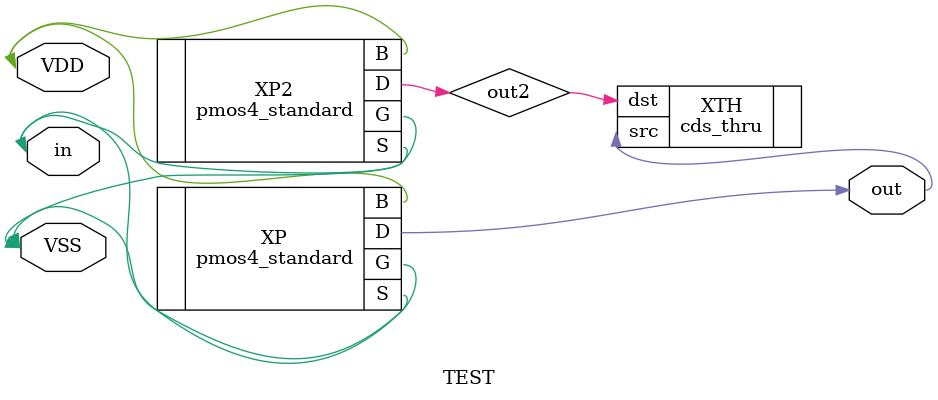
<source format=sv>
`timescale 1ps/1ps 


module pmos4_standard(
    inout  wire B,
    inout  wire D,
    inout  wire G,
    inout  wire S
);

endmodule


module TEST(
    input  wire VDD,
    input  wire VSS,
    input  wire in,
    output wire out
);

wire out2;

pmos4_standard XP (
    .B( VDD ),
    .D( out ),
    .G( in ),
    .S( VSS )
);

pmos4_standard XP2 (
    .B( VDD ),
    .D( out2 ),
    .G( in ),
    .S( VSS )
);

cds_thru XTH (
    .src( out ),
    .dst( out2 )
);

endmodule

</source>
